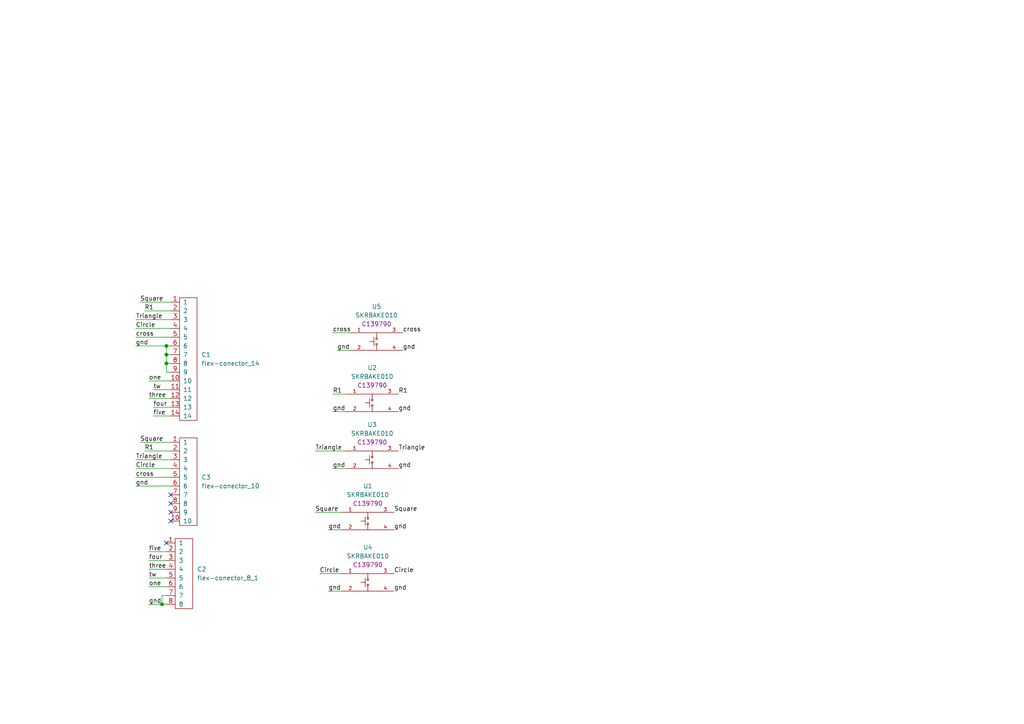
<source format=kicad_sch>
(kicad_sch (version 20230121) (generator eeschema)
  (paper "A4")
  (lib_symbols
    (symbol "JLCPCB_schematic:SKRBAKE010" (pin_names hide)
      (property "Reference" "U" (at 0 1.27 0))
      (property "Value" "SKRBAKE010" (at 0 -2.54 0))
      (property "LCSC" "C139790" (at 0 0 0))
      (symbol "SKRBAKE010_0_0"
        (circle (center 0 -13.462) (radius 0.254) (fill (type background)))
        (circle (center 0 -11.938) (radius 0.254) (fill (type background)))
        (polyline (pts (xy -2.54 -15.24) (xy 2.54 -15.24)))
        (polyline (pts (xy -2.54 -10.16) (xy 2.54 -10.16)))
        (polyline (pts (xy -0.762 -13.97) (xy -0.762 -11.43)))
        (polyline (pts (xy -0.762 -12.7) (xy -2.032 -12.7)))
        (polyline (pts (xy 0 -15.24) (xy 0 -13.462)))
        (polyline (pts (xy 0 -11.176) (xy 0 -11.938)))
        (polyline (pts (xy 0 -10.16) (xy 0 -11.176)))
        (pin unspecified line (at -7.62 -10.16 0) (length 5.08) (name "1") (number "1"))
        (pin unspecified line (at -7.62 -15.24 0) (length 5.08) (name "2") (number "2"))
        (pin unspecified line (at 7.62 -10.16 180) (length 5.08) (name "3") (number "3"))
        (pin unspecified line (at 7.62 -15.24 180) (length 5.08) (name "4") (number "4"))
      )
    )
    (symbol "consolizer:flex-conector_10" (pin_names (offset 1.016))
      (property "Reference" "C" (at 0 2.54 0))
      (property "Value" "flex-conector_10" (at 0 5.08 0))
      (symbol "flex-conector_10_0_1"
        (rectangle (start -2.54 -2.54) (end 2.54 -27.94))
      )
      (symbol "flex-conector_10_1_1"
        (pin input line (at -5.08 -3.81 0) (length 2.54) (name "1") (number "1"))
        (pin input line (at -5.08 -26.67 0) (length 2.54) (name "10") (number "10"))
        (pin input line (at -5.08 -6.35 0) (length 2.54) (name "2") (number "2"))
        (pin input line (at -5.08 -8.89 0) (length 2.54) (name "3") (number "3"))
        (pin input line (at -5.08 -11.43 0) (length 2.54) (name "4") (number "4"))
        (pin input line (at -5.08 -13.97 0) (length 2.54) (name "5") (number "5"))
        (pin input line (at -5.08 -16.51 0) (length 2.54) (name "6") (number "6"))
        (pin input line (at -5.08 -19.05 0) (length 2.54) (name "7") (number "7"))
        (pin input line (at -5.08 -21.59 0) (length 2.54) (name "8") (number "8"))
        (pin input line (at -5.08 -24.13 0) (length 2.54) (name "9") (number "9"))
      )
    )
    (symbol "consolizer:flex-conector_14" (pin_names (offset 1.016))
      (property "Reference" "C" (at 0 2.54 0))
      (property "Value" "flex-conector_14" (at 0 5.08 0))
      (symbol "flex-conector_14_0_1"
        (rectangle (start -2.54 -2.54) (end 2.54 -38.1))
      )
      (symbol "flex-conector_14_1_1"
        (pin input line (at -5.08 -3.81 0) (length 2.54) (name "1") (number "1"))
        (pin input line (at -5.08 -26.67 0) (length 2.54) (name "10") (number "10"))
        (pin input line (at -5.08 -29.21 0) (length 2.54) (name "11") (number "11"))
        (pin input line (at -5.08 -31.75 0) (length 2.54) (name "12") (number "12"))
        (pin input line (at -5.08 -34.29 0) (length 2.54) (name "13") (number "13"))
        (pin input line (at -5.08 -36.83 0) (length 2.54) (name "14") (number "14"))
        (pin input line (at -5.08 -6.35 0) (length 2.54) (name "2") (number "2"))
        (pin input line (at -5.08 -8.89 0) (length 2.54) (name "3") (number "3"))
        (pin input line (at -5.08 -11.43 0) (length 2.54) (name "4") (number "4"))
        (pin input line (at -5.08 -13.97 0) (length 2.54) (name "5") (number "5"))
        (pin input line (at -5.08 -16.51 0) (length 2.54) (name "6") (number "6"))
        (pin input line (at -5.08 -19.05 0) (length 2.54) (name "7") (number "7"))
        (pin input line (at -5.08 -21.59 0) (length 2.54) (name "8") (number "8"))
        (pin input line (at -5.08 -24.13 0) (length 2.54) (name "9") (number "9"))
      )
    )
    (symbol "consolizer:flex-conector_8" (pin_names (offset 1.016))
      (property "Reference" "C" (at 0 2.54 0))
      (property "Value" "flex-conector_8" (at 0 5.08 0))
      (symbol "flex-conector_8_0_1"
        (rectangle (start -2.54 -2.54) (end 2.54 -22.86))
      )
      (symbol "flex-conector_8_1_1"
        (pin input line (at -5.08 -3.81 0) (length 2.54) (name "1") (number "1"))
        (pin input line (at -5.08 -6.35 0) (length 2.54) (name "2") (number "2"))
        (pin input line (at -5.08 -8.89 0) (length 2.54) (name "3") (number "3"))
        (pin input line (at -5.08 -11.43 0) (length 2.54) (name "4") (number "4"))
        (pin input line (at -5.08 -13.97 0) (length 2.54) (name "5") (number "5"))
        (pin input line (at -5.08 -16.51 0) (length 2.54) (name "6") (number "6"))
        (pin input line (at -5.08 -19.05 0) (length 2.54) (name "7") (number "7"))
        (pin input line (at -5.08 -21.59 0) (length 2.54) (name "8") (number "8"))
      )
    )
  )
  (junction (at 46.99 175.26))
  (junction (at 48.26 100.33))
  (junction (at 48.26 102.87))
  (junction (at 48.26 105.41))
  (no_connect (at 49.53 148.59))
  (no_connect (at 49.53 143.51))
  (no_connect (at 49.53 151.13))
  (no_connect (at 48.26 157.48))
  (no_connect (at 49.53 146.05))
  (wire (pts (xy 95.25 153.67) (xy 99.06 153.67)))
  (wire (pts (xy 44.45 113.03) (xy 49.53 113.03)))
  (wire (pts (xy 39.37 135.89) (xy 49.53 135.89)))
  (wire (pts (xy 96.52 96.52) (xy 101.6 96.52)))
  (wire (pts (xy 91.44 130.81) (xy 100.33 130.81)))
  (wire (pts (xy 44.45 120.65) (xy 49.53 120.65)))
  (wire (pts (xy 48.26 105.41) (xy 48.26 102.87)))
  (wire (pts (xy 96.52 119.38) (xy 100.33 119.38)))
  (wire (pts (xy 49.53 105.41) (xy 48.26 105.41)))
  (wire (pts (xy 43.18 170.18) (xy 48.26 170.18)))
  (wire (pts (xy 43.18 162.56) (xy 48.26 162.56)))
  (wire (pts (xy 48.26 102.87) (xy 48.26 100.33)))
  (wire (pts (xy 43.18 115.57) (xy 49.53 115.57)))
  (wire (pts (xy 43.18 165.1) (xy 48.26 165.1)))
  (wire (pts (xy 44.45 118.11) (xy 49.53 118.11)))
  (wire (pts (xy 96.52 135.89) (xy 100.33 135.89)))
  (wire (pts (xy 39.37 92.71) (xy 49.53 92.71)))
  (wire (pts (xy 48.26 172.72) (xy 46.99 172.72)))
  (wire (pts (xy 49.53 102.87) (xy 48.26 102.87)))
  (wire (pts (xy 96.52 114.3) (xy 100.33 114.3)))
  (wire (pts (xy 91.44 148.59) (xy 99.06 148.59)))
  (wire (pts (xy 49.53 107.95) (xy 48.26 107.95)))
  (wire (pts (xy 43.18 110.49) (xy 49.53 110.49)))
  (wire (pts (xy 39.37 97.79) (xy 49.53 97.79)))
  (wire (pts (xy 39.37 100.33) (xy 48.26 100.33)))
  (wire (pts (xy 41.91 130.81) (xy 49.53 130.81)))
  (wire (pts (xy 46.99 172.72) (xy 46.99 175.26)))
  (wire (pts (xy 39.37 133.35) (xy 49.53 133.35)))
  (wire (pts (xy 39.37 140.97) (xy 49.53 140.97)))
  (wire (pts (xy 97.79 101.6) (xy 101.6 101.6)))
  (wire (pts (xy 92.71 166.37) (xy 99.06 166.37)))
  (wire (pts (xy 41.91 90.17) (xy 49.53 90.17)))
  (wire (pts (xy 43.18 175.26) (xy 46.99 175.26)))
  (wire (pts (xy 43.18 167.64) (xy 48.26 167.64)))
  (wire (pts (xy 95.25 171.45) (xy 99.06 171.45)))
  (wire (pts (xy 39.37 95.25) (xy 49.53 95.25)))
  (wire (pts (xy 46.99 175.26) (xy 48.26 175.26)))
  (wire (pts (xy 43.18 160.02) (xy 48.26 160.02)))
  (wire (pts (xy 39.37 138.43) (xy 49.53 138.43)))
  (wire (pts (xy 40.64 128.27) (xy 49.53 128.27)))
  (wire (pts (xy 48.26 100.33) (xy 49.53 100.33)))
  (wire (pts (xy 48.26 107.95) (xy 48.26 105.41)))
  (wire (pts (xy 40.64 87.63) (xy 49.53 87.63)))
  (label "Triangle" (at 115.57 130.81 0))
  (label "cross" (at 116.84 96.52 0))
  (label "Triangle" (at 91.44 130.81 0))
  (label "R1" (at 96.52 114.3 0))
  (label "three" (at 43.18 115.57 0))
  (label "Square" (at 91.44 148.59 0))
  (label "R1" (at 115.57 114.3 0))
  (label "cross" (at 39.37 138.43 0))
  (label "cross" (at 39.37 97.79 0))
  (label "five" (at 44.45 120.65 0))
  (label "Square" (at 40.64 128.27 0))
  (label "cross" (at 96.52 96.52 0))
  (label "three" (at 43.18 165.1 0))
  (label "tw" (at 43.18 167.64 0))
  (label "five" (at 43.18 160.02 0))
  (label "gnd" (at 97.79 101.6 0))
  (label "gnd" (at 114.3 171.45 0))
  (label "gnd" (at 95.25 153.67 0))
  (label "R1" (at 41.91 130.81 0))
  (label "R1" (at 41.91 90.17 0))
  (label "Triangle" (at 39.37 133.35 0))
  (label "gnd" (at 114.3 153.67 0))
  (label "gnd" (at 43.18 175.26 0))
  (label "gnd" (at 115.57 135.89 0))
  (label "one" (at 43.18 110.49 0))
  (label "Circle" (at 39.37 135.89 0))
  (label "Square" (at 40.64 87.63 0))
  (label "Square" (at 114.3 148.59 0))
  (label "gnd" (at 96.52 119.38 0))
  (label "Circle" (at 92.71 166.37 0))
  (label "gnd" (at 39.37 100.33 0))
  (label "four" (at 43.18 162.56 0))
  (label "gnd" (at 96.52 135.89 0))
  (label "tw" (at 44.45 113.03 0))
  (label "Triangle" (at 39.37 92.71 0))
  (label "gnd" (at 39.37 140.97 0))
  (label "Circle" (at 114.3 166.37 0))
  (label "gnd" (at 116.84 101.6 0))
  (label "one" (at 43.18 170.18 0))
  (label "Circle" (at 39.37 95.25 0))
  (label "gnd" (at 115.57 119.38 0))
  (label "gnd" (at 95.25 171.45 0))
  (label "four" (at 44.45 118.11 0))
  (symbol (lib_id "JLCPCB_schematic:SKRBAKE010") (at 107.95 104.14 0) (unit 1)
    (property "Reference" "U2" (at 107.95 106.68 0))
    (property "Value" "SKRBAKE010" (at 107.95 109.22 0))
    (property "Footprint" "JLCPCB_footprint:KEY-SMD_4P-L4.0-W4.8-P3.90-LS4.8" (effects hide))
    (property "Datasheet" "https://item.szlcsc.com/151114.html" (effects hide))
    (property "LCSC" "C139790" (at 107.95 111.76 0))
  )
  (symbol (lib_id "JLCPCB_schematic:SKRBAKE010") (at 106.68 138.43 0) (unit 1)
    (property "Reference" "U1" (at 106.68 140.97 0))
    (property "Value" "SKRBAKE010" (at 106.68 143.51 0))
    (property "Footprint" "JLCPCB_footprint:KEY-SMD_4P-L4.0-W4.8-P3.90-LS4.8" (effects hide))
    (property "Datasheet" "https://item.szlcsc.com/151114.html" (effects hide))
    (property "LCSC" "C139790" (at 106.68 146.05 0))
  )
  (symbol (lib_id "JLCPCB_schematic:SKRBAKE010") (at 106.68 156.21 0) (unit 1)
    (property "Reference" "U4" (at 106.68 158.75 0))
    (property "Value" "SKRBAKE010" (at 106.68 161.29 0))
    (property "Footprint" "JLCPCB_footprint:KEY-SMD_4P-L4.0-W4.8-P3.90-LS4.8" (effects hide))
    (property "Datasheet" "https://item.szlcsc.com/151114.html" (effects hide))
    (property "LCSC" "C139790" (at 106.68 163.83 0))
  )
  (symbol (lib_id "JLCPCB_schematic:SKRBAKE010") (at 109.22 86.36 0) (unit 1)
    (property "Reference" "U5" (at 109.22 88.9 0))
    (property "Value" "SKRBAKE010" (at 109.22 91.44 0))
    (property "Footprint" "JLCPCB_footprint:KEY-SMD_4P-L4.0-W4.8-P3.90-LS4.8" (effects hide))
    (property "Datasheet" "https://item.szlcsc.com/151114.html" (effects hide))
    (property "LCSC" "C139790" (at 109.22 93.98 0))
  )
  (symbol (lib_id "JLCPCB_schematic:SKRBAKE010") (at 107.95 120.65 0) (unit 1)
    (property "Reference" "U3" (at 107.95 123.19 0))
    (property "Value" "SKRBAKE010" (at 107.95 125.73 0))
    (property "Footprint" "JLCPCB_footprint:KEY-SMD_4P-L4.0-W4.8-P3.90-LS4.8" (effects hide))
    (property "Datasheet" "https://item.szlcsc.com/151114.html" (effects hide))
    (property "LCSC" "C139790" (at 107.95 128.27 0))
  )
  (symbol (lib_id "consolizer:flex-conector_8") (at 53.34 153.67 0) (unit 1)
    (property "Reference" "C2" (at 57.15 165.1 0) (effects (justify left)))
    (property "Value" "flex-conector_8_1" (at 57.15 167.64 0) (effects (justify left)))
    (property "Footprint" "consolizer:flex_long_8" (effects hide))
  )
  (symbol (lib_id "consolizer:flex-conector_10") (at 54.61 124.46 0) (unit 1)
    (property "Reference" "C3" (at 58.42 138.43 0) (effects (justify left)))
    (property "Value" "flex-conector_10" (at 58.42 140.97 0) (effects (justify left)))
    (property "Footprint" "consolizer:flex_long_10" (effects hide))
  )
  (symbol (lib_id "consolizer:flex-conector_14") (at 54.61 83.82 0) (unit 1)
    (property "Reference" "C1" (at 58.42 102.87 0) (effects (justify left)))
    (property "Value" "flex-conector_14" (at 58.42 105.41 0) (effects (justify left)))
    (property "Footprint" "consolizer:flex_long_14" (effects hide))
  )
)
</source>
